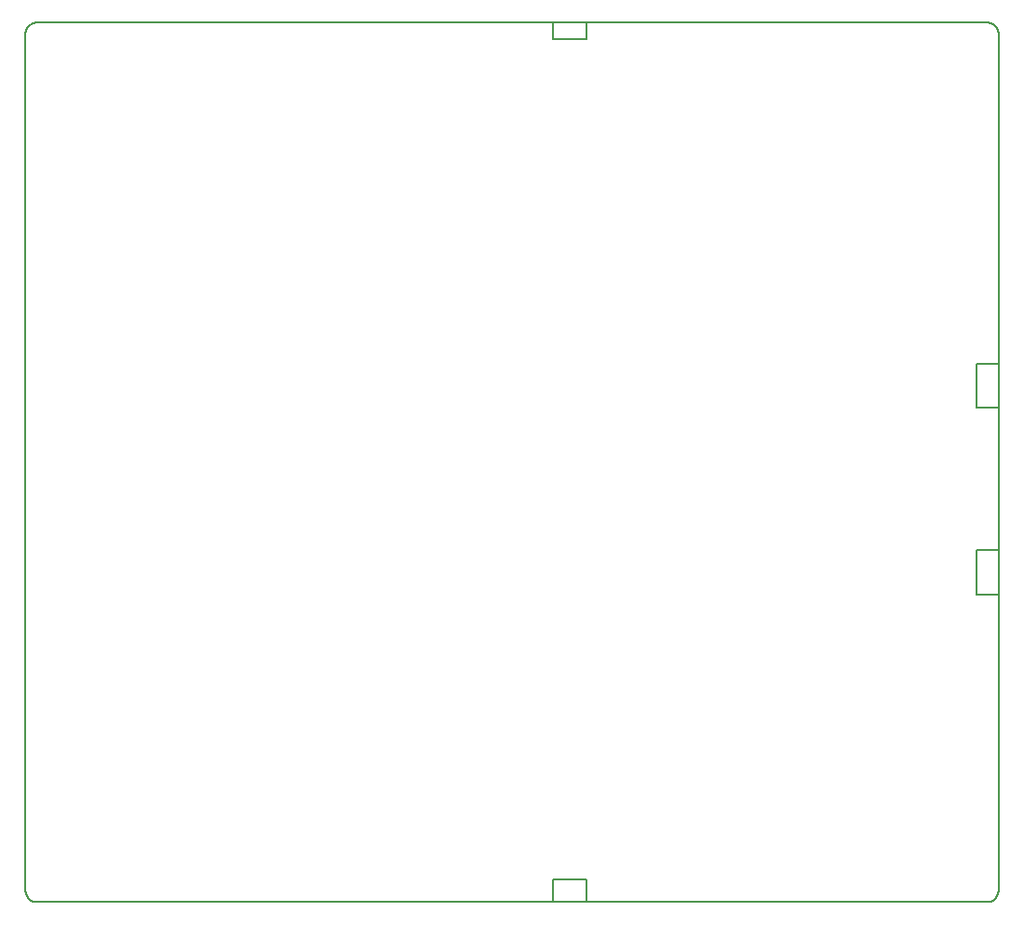
<source format=gbr>
G71*
G90*
G04 Quadcept GERBER*
%MOMM*%
%FSLAX44Y44*%
%ADD10C,0.2*%
G54D10*
G01X-280000Y-390000D02*
G01X-279659Y-392588D01*
G01X-279659Y-392588D02*
G01X-278660Y-395000D01*
G01X-278660Y-395000D02*
G01X-277071Y-397071D01*
G01X-277071Y-397071D02*
G01X-275000Y-398660D01*
G01X-275000Y-398660D02*
G01X-272588Y-399659D01*
G01X-272588Y-399659D02*
G01X-270000Y-400000D01*
G01X-270000Y-400000D02*
G01X-270000Y-400000D01*
G01X-270000Y-400000D02*
G01X595000Y-400000D01*
G01X595000Y-400000D02*
G01X597588Y-399659D01*
G01X597588Y-399659D02*
G01X600000Y-398660D01*
G01X600000Y-398660D02*
G01X602071Y-397071D01*
G01X602071Y-397071D02*
G01X603660Y-395000D01*
G01X603660Y-395000D02*
G01X604659Y-392588D01*
G01X604659Y-392588D02*
G01X605000Y-390000D01*
G01X605000Y-390000D02*
G01X605000Y-390000D01*
G01X605000Y-390000D02*
G01X605000Y390000D01*
G01X605000Y390000D02*
G01X604659Y392588D01*
G01X604659Y392588D02*
G01X603660Y395000D01*
G01X603660Y395000D02*
G01X602071Y397071D01*
G01X602071Y397071D02*
G01X600000Y398660D01*
G01X600000Y398660D02*
G01X597588Y399659D01*
G01X597588Y399659D02*
G01X595000Y400000D01*
G01X595000Y400000D02*
G01X595000Y400000D01*
G01X595000Y400000D02*
G01X-270000Y400000D01*
G01X-270000Y400000D02*
G01X-272588Y399659D01*
G01X-272588Y399659D02*
G01X-275000Y398660D01*
G01X-275000Y398660D02*
G01X-277071Y397071D01*
G01X-277071Y397071D02*
G01X-278660Y395000D01*
G01X-278660Y395000D02*
G01X-279659Y392588D01*
G01X-279659Y392588D02*
G01X-280000Y390000D01*
G01X-280000Y390000D02*
G01X-280000Y390000D01*
G01X-280000Y390000D02*
G01X-280000Y-390000D01*
G01X585000Y-120600D02*
G01X605000Y-120600D01*
G01X200000Y-399850D02*
G01X200000Y-379850D01*
G01X200000Y-379850D02*
G01X230000Y-379850D01*
G01X230000Y-379850D02*
G01X230000Y-399850D01*
G01X605000Y-80000D02*
G01X585000Y-80000D01*
G01X585000Y89700D02*
G01X605000Y89700D01*
G01X585000Y49700D02*
G01X585000Y89700D01*
G01X605000Y49700D02*
G01X585000Y49700D01*
G01X230000Y400000D02*
G01X230000Y385200D01*
G01X230000Y385200D02*
G01X200000Y385200D01*
G01X200000Y385200D02*
G01X200000Y400000D01*
G01X585000Y-120300D02*
G01X585000Y-80300D01*
M02*

</source>
